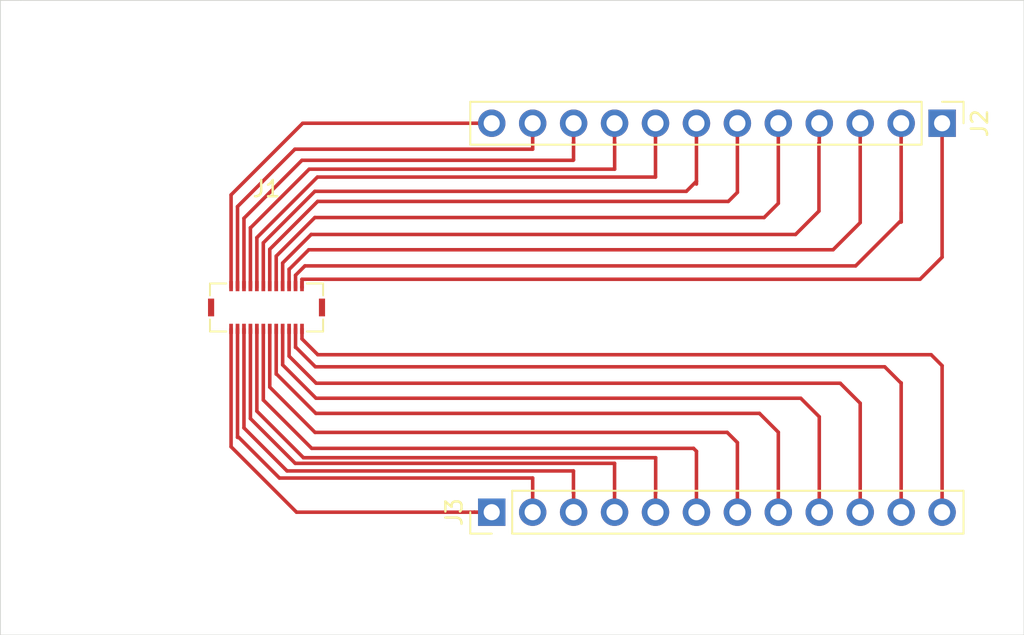
<source format=kicad_pcb>
(kicad_pcb (version 20171130) (host pcbnew "(5.1.2)-2")

  (general
    (thickness 1.6)
    (drawings 5)
    (tracks 137)
    (zones 0)
    (modules 3)
    (nets 25)
  )

  (page A4)
  (title_block
    (title "Adapter Board")
    (company "Deep Tech")
  )

  (layers
    (0 F.Cu signal)
    (31 B.Cu signal)
    (32 B.Adhes user)
    (33 F.Adhes user)
    (34 B.Paste user)
    (35 F.Paste user)
    (36 B.SilkS user)
    (37 F.SilkS user)
    (38 B.Mask user)
    (39 F.Mask user)
    (40 Dwgs.User user)
    (41 Cmts.User user)
    (42 Eco1.User user)
    (43 Eco2.User user)
    (44 Edge.Cuts user)
    (45 Margin user)
    (46 B.CrtYd user)
    (47 F.CrtYd user)
    (48 B.Fab user)
    (49 F.Fab user)
  )

  (setup
    (last_trace_width 0.13)
    (user_trace_width 0.22)
    (trace_clearance 0.13)
    (zone_clearance 0.508)
    (zone_45_only no)
    (trace_min 0.13)
    (via_size 0.8)
    (via_drill 0.4)
    (via_min_size 0.4)
    (via_min_drill 0.3)
    (uvia_size 0.3)
    (uvia_drill 0.1)
    (uvias_allowed no)
    (uvia_min_size 0.2)
    (uvia_min_drill 0.1)
    (edge_width 0.05)
    (segment_width 0.2)
    (pcb_text_width 0.3)
    (pcb_text_size 1.5 1.5)
    (mod_edge_width 0.12)
    (mod_text_size 1 1)
    (mod_text_width 0.15)
    (pad_size 1.524 1.524)
    (pad_drill 0.762)
    (pad_to_mask_clearance 0.051)
    (solder_mask_min_width 0.25)
    (aux_axis_origin 0 0)
    (visible_elements 7FFFFFFF)
    (pcbplotparams
      (layerselection 0x010f8_ffffffff)
      (usegerberextensions false)
      (usegerberattributes false)
      (usegerberadvancedattributes false)
      (creategerberjobfile false)
      (excludeedgelayer true)
      (linewidth 0.100000)
      (plotframeref false)
      (viasonmask false)
      (mode 1)
      (useauxorigin false)
      (hpglpennumber 1)
      (hpglpenspeed 20)
      (hpglpendiameter 15.000000)
      (psnegative false)
      (psa4output false)
      (plotreference true)
      (plotvalue true)
      (plotinvisibletext false)
      (padsonsilk false)
      (subtractmaskfromsilk false)
      (outputformat 1)
      (mirror false)
      (drillshape 0)
      (scaleselection 1)
      (outputdirectory ""))
  )

  (net 0 "")
  (net 1 /b12)
  (net 2 /b5)
  (net 3 /b9)
  (net 4 /b4)
  (net 5 /b7)
  (net 6 /b11)
  (net 7 /b10)
  (net 8 /b8)
  (net 9 /b2)
  (net 10 /b6)
  (net 11 /b1)
  (net 12 /b3)
  (net 13 /a1)
  (net 14 /a2)
  (net 15 /a3)
  (net 16 /a4)
  (net 17 /a5)
  (net 18 /a12)
  (net 19 /a11)
  (net 20 /a10)
  (net 21 /a9)
  (net 22 /a8)
  (net 23 /a6)
  (net 24 /a7)

  (net_class Default "This is the default net class."
    (clearance 0.13)
    (trace_width 0.13)
    (via_dia 0.8)
    (via_drill 0.4)
    (uvia_dia 0.3)
    (uvia_drill 0.1)
    (diff_pair_width 0.25)
    (diff_pair_gap 0.25)
    (add_net /a1)
    (add_net /a10)
    (add_net /a11)
    (add_net /a12)
    (add_net /a2)
    (add_net /a3)
    (add_net /a4)
    (add_net /a5)
    (add_net /a6)
    (add_net /a7)
    (add_net /a8)
    (add_net /a9)
    (add_net /b1)
    (add_net /b10)
    (add_net /b11)
    (add_net /b12)
    (add_net /b2)
    (add_net /b3)
    (add_net /b4)
    (add_net /b5)
    (add_net /b6)
    (add_net /b7)
    (add_net /b8)
    (add_net /b9)
  )

  (module adapter:DF37NB-24DP-0.4V (layer F.Cu) (tedit 5D6DDCE0) (tstamp 5D4F4B5B)
    (at 81.28 100.33)
    (path /5D46BEA6)
    (attr smd)
    (fp_text reference J1 (at 0 -7.36) (layer F.SilkS)
      (effects (font (size 1 1) (thickness 0.15)))
    )
    (fp_text value Conn_02x12_Top_Bottom (at 0 8.1) (layer F.Fab)
      (effects (font (size 1 1) (thickness 0.15)))
    )
    (fp_line (start -3.51 1.49) (end -2.5 1.49) (layer F.SilkS) (width 0.12))
    (fp_line (start -3.51 -1.49) (end -3.51 -0.75) (layer F.SilkS) (width 0.12))
    (fp_line (start 3.51 1.49) (end 3.51 0.75) (layer F.SilkS) (width 0.12))
    (fp_line (start -3.51 -1.49) (end -2.5 -1.49) (layer F.SilkS) (width 0.12))
    (fp_line (start -3.51 1.49) (end -3.51 0.75) (layer F.SilkS) (width 0.12))
    (fp_line (start 3.51 -1.49) (end 3.51 -0.75) (layer F.SilkS) (width 0.12))
    (fp_line (start 3.51 -1.49) (end 2.5 -1.49) (layer F.SilkS) (width 0.12))
    (fp_line (start 3.51 1.49) (end 2.5 1.49) (layer F.SilkS) (width 0.12))
    (fp_text user %R (at 0 0) (layer F.Fab)
      (effects (font (size 1 1) (thickness 0.15)))
    )
    (fp_line (start -7.95 5.95) (end -7.95 -5.95) (layer F.CrtYd) (width 0.05))
    (fp_line (start 7.95 5.95) (end 7.95 -5.95) (layer F.CrtYd) (width 0.05))
    (fp_line (start -7.95 5.95) (end 7.95 5.95) (layer F.CrtYd) (width 0.05))
    (fp_line (start 7.95 -5.95) (end -7.95 -5.95) (layer F.CrtYd) (width 0.05))
    (pad 7 smd rect (at 0.2 1.325) (size 0.23 0.63) (layers F.Cu F.Paste F.Mask)
      (net 24 /a7) (solder_mask_margin 0.07))
    (pad 6 smd rect (at -0.2 1.325) (size 0.23 0.63) (layers F.Cu F.Paste F.Mask)
      (net 23 /a6) (solder_mask_margin 0.07))
    (pad 8 smd rect (at 0.6 1.325) (size 0.23 0.63) (layers F.Cu F.Paste F.Mask)
      (net 22 /a8) (solder_mask_margin 0.07))
    (pad 9 smd rect (at 1 1.325) (size 0.23 0.63) (layers F.Cu F.Paste F.Mask)
      (net 21 /a9) (solder_mask_margin 0.07))
    (pad 10 smd rect (at 1.4 1.325) (size 0.23 0.63) (layers F.Cu F.Paste F.Mask)
      (net 20 /a10) (solder_mask_margin 0.07))
    (pad 11 smd rect (at 1.8 1.325) (size 0.23 0.63) (layers F.Cu F.Paste F.Mask)
      (net 19 /a11) (solder_mask_margin 0.07))
    (pad 12 smd rect (at 2.2 1.325) (size 0.23 0.63) (layers F.Cu F.Paste F.Mask)
      (net 18 /a12) (solder_mask_margin 0.07))
    (pad 5 smd rect (at -0.6 1.325) (size 0.23 0.63) (layers F.Cu F.Paste F.Mask)
      (net 17 /a5) (solder_mask_margin 0.07))
    (pad 4 smd rect (at -1 1.325) (size 0.23 0.63) (layers F.Cu F.Paste F.Mask)
      (net 16 /a4) (solder_mask_margin 0.07))
    (pad 3 smd rect (at -1.4 1.325) (size 0.23 0.63) (layers F.Cu F.Paste F.Mask)
      (net 15 /a3) (solder_mask_margin 0.07))
    (pad 2 smd rect (at -1.8 1.325) (size 0.23 0.63) (layers F.Cu F.Paste F.Mask)
      (net 14 /a2) (solder_mask_margin 0.07))
    (pad 1 smd rect (at -2.2 1.325) (size 0.23 0.63) (layers F.Cu F.Paste F.Mask)
      (net 13 /a1) (solder_mask_margin 0.07))
    (pad 15 smd rect (at 1.4 -1.325) (size 0.23 0.63) (layers F.Cu F.Paste F.Mask)
      (net 12 /b3) (solder_mask_margin 0.07))
    (pad 13 smd rect (at 2.2 -1.325) (size 0.23 0.63) (layers F.Cu F.Paste F.Mask)
      (net 11 /b1) (solder_mask_margin 0.07))
    (pad 18 smd rect (at 0.2 -1.325) (size 0.23 0.63) (layers F.Cu F.Paste F.Mask)
      (net 10 /b6) (solder_mask_margin 0.07))
    (pad 14 smd rect (at 1.8 -1.325) (size 0.23 0.63) (layers F.Cu F.Paste F.Mask)
      (net 9 /b2) (solder_mask_margin 0.07))
    (pad 20 smd rect (at -0.6 -1.325) (size 0.23 0.63) (layers F.Cu F.Paste F.Mask)
      (net 8 /b8) (solder_mask_margin 0.07))
    (pad 22 smd rect (at -1.4 -1.325) (size 0.23 0.63) (layers F.Cu F.Paste F.Mask)
      (net 7 /b10) (solder_mask_margin 0.07))
    (pad 23 smd rect (at -1.8 -1.325) (size 0.23 0.63) (layers F.Cu F.Paste F.Mask)
      (net 6 /b11) (solder_mask_margin 0.07))
    (pad 19 smd rect (at -0.2 -1.325) (size 0.23 0.63) (layers F.Cu F.Paste F.Mask)
      (net 5 /b7) (solder_mask_margin 0.07))
    (pad 16 smd rect (at 1 -1.325) (size 0.23 0.63) (layers F.Cu F.Paste F.Mask)
      (net 4 /b4) (solder_mask_margin 0.07))
    (pad 21 smd rect (at -1 -1.325) (size 0.23 0.63) (layers F.Cu F.Paste F.Mask)
      (net 3 /b9) (solder_mask_margin 0.07))
    (pad 17 smd rect (at 0.6 -1.325) (size 0.23 0.63) (layers F.Cu F.Paste F.Mask)
      (net 2 /b5) (solder_mask_margin 0.07))
    (pad 24 smd rect (at -2.2 -1.325) (size 0.23 0.63) (layers F.Cu F.Paste F.Mask)
      (net 1 /b12) (solder_mask_margin 0.07))
    (pad "" smd rect (at 3.44 0) (size 0.38 1.1) (layers F.Cu F.Paste F.Mask)
      (solder_mask_margin 0.07))
    (pad "" smd rect (at -3.44 0) (size 0.38 1.1) (layers F.Cu F.Paste F.Mask)
      (solder_mask_margin 0.07))
  )

  (module Connector_PinHeader_2.54mm:PinHeader_1x12_P2.54mm_Vertical (layer F.Cu) (tedit 59FED5CC) (tstamp 5D4F4571)
    (at 123.19 88.9 270)
    (descr "Through hole straight pin header, 1x12, 2.54mm pitch, single row")
    (tags "Through hole pin header THT 1x12 2.54mm single row")
    (path /5D4F333C)
    (fp_text reference J2 (at 0 -2.33 90) (layer F.SilkS)
      (effects (font (size 1 1) (thickness 0.15)))
    )
    (fp_text value CONN_12 (at 0 30.27 90) (layer F.Fab)
      (effects (font (size 1 1) (thickness 0.15)))
    )
    (fp_line (start -0.635 -1.27) (end 1.27 -1.27) (layer F.Fab) (width 0.1))
    (fp_line (start 1.27 -1.27) (end 1.27 29.21) (layer F.Fab) (width 0.1))
    (fp_line (start 1.27 29.21) (end -1.27 29.21) (layer F.Fab) (width 0.1))
    (fp_line (start -1.27 29.21) (end -1.27 -0.635) (layer F.Fab) (width 0.1))
    (fp_line (start -1.27 -0.635) (end -0.635 -1.27) (layer F.Fab) (width 0.1))
    (fp_line (start -1.33 29.27) (end 1.33 29.27) (layer F.SilkS) (width 0.12))
    (fp_line (start -1.33 1.27) (end -1.33 29.27) (layer F.SilkS) (width 0.12))
    (fp_line (start 1.33 1.27) (end 1.33 29.27) (layer F.SilkS) (width 0.12))
    (fp_line (start -1.33 1.27) (end 1.33 1.27) (layer F.SilkS) (width 0.12))
    (fp_line (start -1.33 0) (end -1.33 -1.33) (layer F.SilkS) (width 0.12))
    (fp_line (start -1.33 -1.33) (end 0 -1.33) (layer F.SilkS) (width 0.12))
    (fp_line (start -1.8 -1.8) (end -1.8 29.75) (layer F.CrtYd) (width 0.05))
    (fp_line (start -1.8 29.75) (end 1.8 29.75) (layer F.CrtYd) (width 0.05))
    (fp_line (start 1.8 29.75) (end 1.8 -1.8) (layer F.CrtYd) (width 0.05))
    (fp_line (start 1.8 -1.8) (end -1.8 -1.8) (layer F.CrtYd) (width 0.05))
    (fp_text user %R (at 0 13.97) (layer F.Fab)
      (effects (font (size 1 1) (thickness 0.15)))
    )
    (pad 1 thru_hole rect (at 0 0 270) (size 1.7 1.7) (drill 1) (layers *.Cu *.Mask)
      (net 11 /b1))
    (pad 2 thru_hole oval (at 0 2.54 270) (size 1.7 1.7) (drill 1) (layers *.Cu *.Mask)
      (net 9 /b2))
    (pad 3 thru_hole oval (at 0 5.08 270) (size 1.7 1.7) (drill 1) (layers *.Cu *.Mask)
      (net 12 /b3))
    (pad 4 thru_hole oval (at 0 7.62 270) (size 1.7 1.7) (drill 1) (layers *.Cu *.Mask)
      (net 4 /b4))
    (pad 5 thru_hole oval (at 0 10.16 270) (size 1.7 1.7) (drill 1) (layers *.Cu *.Mask)
      (net 2 /b5))
    (pad 6 thru_hole oval (at 0 12.7 270) (size 1.7 1.7) (drill 1) (layers *.Cu *.Mask)
      (net 10 /b6))
    (pad 7 thru_hole oval (at 0 15.24 270) (size 1.7 1.7) (drill 1) (layers *.Cu *.Mask)
      (net 5 /b7))
    (pad 8 thru_hole oval (at 0 17.78 270) (size 1.7 1.7) (drill 1) (layers *.Cu *.Mask)
      (net 8 /b8))
    (pad 9 thru_hole oval (at 0 20.32 270) (size 1.7 1.7) (drill 1) (layers *.Cu *.Mask)
      (net 3 /b9))
    (pad 10 thru_hole oval (at 0 22.86 270) (size 1.7 1.7) (drill 1) (layers *.Cu *.Mask)
      (net 7 /b10))
    (pad 11 thru_hole oval (at 0 25.4 270) (size 1.7 1.7) (drill 1) (layers *.Cu *.Mask)
      (net 6 /b11))
    (pad 12 thru_hole oval (at 0 27.94 270) (size 1.7 1.7) (drill 1) (layers *.Cu *.Mask)
      (net 1 /b12))
    (model ${KISYS3DMOD}/Connector_PinHeader_2.54mm.3dshapes/PinHeader_1x12_P2.54mm_Vertical.wrl
      (at (xyz 0 0 0))
      (scale (xyz 1 1 1))
      (rotate (xyz 0 0 0))
    )
  )

  (module Connector_PinHeader_2.54mm:PinHeader_1x12_P2.54mm_Vertical (layer F.Cu) (tedit 59FED5CC) (tstamp 5D4F4591)
    (at 95.25 113.03 90)
    (descr "Through hole straight pin header, 1x12, 2.54mm pitch, single row")
    (tags "Through hole pin header THT 1x12 2.54mm single row")
    (path /5D4F1C96)
    (fp_text reference J3 (at 0 -2.33 90) (layer F.SilkS)
      (effects (font (size 1 1) (thickness 0.15)))
    )
    (fp_text value CONN_12 (at 0 30.27 90) (layer F.Fab)
      (effects (font (size 1 1) (thickness 0.15)))
    )
    (fp_text user %R (at 0 13.97) (layer F.Fab)
      (effects (font (size 1 1) (thickness 0.15)))
    )
    (fp_line (start 1.8 -1.8) (end -1.8 -1.8) (layer F.CrtYd) (width 0.05))
    (fp_line (start 1.8 29.75) (end 1.8 -1.8) (layer F.CrtYd) (width 0.05))
    (fp_line (start -1.8 29.75) (end 1.8 29.75) (layer F.CrtYd) (width 0.05))
    (fp_line (start -1.8 -1.8) (end -1.8 29.75) (layer F.CrtYd) (width 0.05))
    (fp_line (start -1.33 -1.33) (end 0 -1.33) (layer F.SilkS) (width 0.12))
    (fp_line (start -1.33 0) (end -1.33 -1.33) (layer F.SilkS) (width 0.12))
    (fp_line (start -1.33 1.27) (end 1.33 1.27) (layer F.SilkS) (width 0.12))
    (fp_line (start 1.33 1.27) (end 1.33 29.27) (layer F.SilkS) (width 0.12))
    (fp_line (start -1.33 1.27) (end -1.33 29.27) (layer F.SilkS) (width 0.12))
    (fp_line (start -1.33 29.27) (end 1.33 29.27) (layer F.SilkS) (width 0.12))
    (fp_line (start -1.27 -0.635) (end -0.635 -1.27) (layer F.Fab) (width 0.1))
    (fp_line (start -1.27 29.21) (end -1.27 -0.635) (layer F.Fab) (width 0.1))
    (fp_line (start 1.27 29.21) (end -1.27 29.21) (layer F.Fab) (width 0.1))
    (fp_line (start 1.27 -1.27) (end 1.27 29.21) (layer F.Fab) (width 0.1))
    (fp_line (start -0.635 -1.27) (end 1.27 -1.27) (layer F.Fab) (width 0.1))
    (pad 12 thru_hole oval (at 0 27.94 90) (size 1.7 1.7) (drill 1) (layers *.Cu *.Mask)
      (net 18 /a12))
    (pad 11 thru_hole oval (at 0 25.4 90) (size 1.7 1.7) (drill 1) (layers *.Cu *.Mask)
      (net 19 /a11))
    (pad 10 thru_hole oval (at 0 22.86 90) (size 1.7 1.7) (drill 1) (layers *.Cu *.Mask)
      (net 20 /a10))
    (pad 9 thru_hole oval (at 0 20.32 90) (size 1.7 1.7) (drill 1) (layers *.Cu *.Mask)
      (net 21 /a9))
    (pad 8 thru_hole oval (at 0 17.78 90) (size 1.7 1.7) (drill 1) (layers *.Cu *.Mask)
      (net 22 /a8))
    (pad 7 thru_hole oval (at 0 15.24 90) (size 1.7 1.7) (drill 1) (layers *.Cu *.Mask)
      (net 24 /a7))
    (pad 6 thru_hole oval (at 0 12.7 90) (size 1.7 1.7) (drill 1) (layers *.Cu *.Mask)
      (net 23 /a6))
    (pad 5 thru_hole oval (at 0 10.16 90) (size 1.7 1.7) (drill 1) (layers *.Cu *.Mask)
      (net 17 /a5))
    (pad 4 thru_hole oval (at 0 7.62 90) (size 1.7 1.7) (drill 1) (layers *.Cu *.Mask)
      (net 16 /a4))
    (pad 3 thru_hole oval (at 0 5.08 90) (size 1.7 1.7) (drill 1) (layers *.Cu *.Mask)
      (net 15 /a3))
    (pad 2 thru_hole oval (at 0 2.54 90) (size 1.7 1.7) (drill 1) (layers *.Cu *.Mask)
      (net 14 /a2))
    (pad 1 thru_hole rect (at 0 0 90) (size 1.7 1.7) (drill 1) (layers *.Cu *.Mask)
      (net 13 /a1))
    (model ${KISYS3DMOD}/Connector_PinHeader_2.54mm.3dshapes/PinHeader_1x12_P2.54mm_Vertical.wrl
      (at (xyz 0 0 0))
      (scale (xyz 1 1 1))
      (rotate (xyz 0 0 0))
    )
  )

  (gr_line (start 64.77 81.28) (end 66.04 81.28) (layer Edge.Cuts) (width 0.05) (tstamp 5D4F4DF3))
  (gr_line (start 64.77 120.65) (end 64.77 81.28) (layer Edge.Cuts) (width 0.05))
  (gr_line (start 128.27 120.65) (end 64.77 120.65) (layer Edge.Cuts) (width 0.05))
  (gr_line (start 128.27 81.28) (end 128.27 120.65) (layer Edge.Cuts) (width 0.05))
  (gr_line (start 66.04 81.28) (end 128.27 81.28) (layer Edge.Cuts) (width 0.05))

  (segment (start 83.525 88.9) (end 95.25 88.9) (width 0.22) (layer F.Cu) (net 1))
  (segment (start 79.08 99.115) (end 79.08 93.345) (width 0.22) (layer F.Cu) (net 1))
  (segment (start 79.08 93.345) (end 83.525 88.9) (width 0.22) (layer F.Cu) (net 1))
  (segment (start 113.03 93.87) (end 113.03 88.9) (width 0.22) (layer F.Cu) (net 2))
  (segment (start 112.15 94.75) (end 113.03 93.87) (width 0.22) (layer F.Cu) (net 2))
  (segment (start 84.275 94.75) (end 112.15 94.75) (width 0.22) (layer F.Cu) (net 2))
  (segment (start 81.88 99.115) (end 81.88 97.145) (width 0.22) (layer F.Cu) (net 2))
  (segment (start 81.88 97.145) (end 84.275 94.75) (width 0.22) (layer F.Cu) (net 2))
  (segment (start 80.28 99.115) (end 80.28 95.38) (width 0.22) (layer F.Cu) (net 3))
  (segment (start 102.87 90.102081) (end 102.875 90.107081) (width 0.22) (layer F.Cu) (net 3))
  (segment (start 102.87 88.9) (end 102.87 90.102081) (width 0.22) (layer F.Cu) (net 3))
  (segment (start 102.875 90.107081) (end 102.875 91.75) (width 0.22) (layer F.Cu) (net 3))
  (segment (start 80.28 95.38) (end 80.295 95.38) (width 0.22) (layer F.Cu) (net 3))
  (segment (start 83.925 91.75) (end 102.875 91.75) (width 0.22) (layer F.Cu) (net 3))
  (segment (start 80.295 95.38) (end 83.925 91.75) (width 0.22) (layer F.Cu) (net 3))
  (segment (start 115.57 90.102081) (end 115.575 90.107081) (width 0.22) (layer F.Cu) (net 4))
  (segment (start 115.57 88.9) (end 115.57 90.102081) (width 0.22) (layer F.Cu) (net 4))
  (segment (start 115.55 90.122081) (end 115.57 90.102081) (width 0.22) (layer F.Cu) (net 4))
  (segment (start 115.55 94.35) (end 115.55 90.122081) (width 0.22) (layer F.Cu) (net 4))
  (segment (start 114.1 95.8) (end 115.55 94.35) (width 0.22) (layer F.Cu) (net 4))
  (segment (start 84.05 95.8) (end 114.1 95.8) (width 0.22) (layer F.Cu) (net 4))
  (segment (start 82.28 99.115) (end 82.28 97.57) (width 0.22) (layer F.Cu) (net 4))
  (segment (start 82.28 97.57) (end 84.05 95.8) (width 0.22) (layer F.Cu) (net 4))
  (segment (start 107.325 93.125) (end 107.95 92.5) (width 0.22) (layer F.Cu) (net 5))
  (segment (start 84.275 93.125) (end 107.325 93.125) (width 0.22) (layer F.Cu) (net 5))
  (segment (start 81.08 96.32) (end 84.275 93.125) (width 0.22) (layer F.Cu) (net 5))
  (segment (start 81.08 99.115) (end 81.08 96.32) (width 0.22) (layer F.Cu) (net 5))
  (segment (start 107.95 88.9) (end 107.95 92.5) (width 0.22) (layer F.Cu) (net 5))
  (segment (start 107.95 92.5) (end 107.95 92.675) (width 0.22) (layer F.Cu) (net 5))
  (segment (start 97.79 90.51) (end 97.79 88.9) (width 0.22) (layer F.Cu) (net 6))
  (segment (start 83.04 90.51) (end 97.79 90.51) (width 0.22) (layer F.Cu) (net 6))
  (segment (start 79.48 99.115) (end 79.48 94.07) (width 0.22) (layer F.Cu) (net 6))
  (segment (start 79.48 94.07) (end 83.04 90.51) (width 0.22) (layer F.Cu) (net 6))
  (segment (start 100.33 90.102081) (end 100.33 88.9) (width 0.22) (layer F.Cu) (net 7))
  (segment (start 79.88 94.795) (end 83.475 91.2) (width 0.22) (layer F.Cu) (net 7))
  (segment (start 79.88 99.115) (end 79.88 94.795) (width 0.22) (layer F.Cu) (net 7))
  (segment (start 83.475 91.2) (end 100.3 91.2) (width 0.22) (layer F.Cu) (net 7))
  (segment (start 100.3 91.2) (end 100.325 91.175) (width 0.22) (layer F.Cu) (net 7))
  (segment (start 100.325 91.175) (end 100.325 90.107081) (width 0.22) (layer F.Cu) (net 7))
  (segment (start 100.325 90.107081) (end 100.33 90.102081) (width 0.22) (layer F.Cu) (net 7))
  (segment (start 105.41 92.24) (end 105.41 88.9) (width 0.22) (layer F.Cu) (net 8))
  (segment (start 84.435 92.24) (end 105.41 92.24) (width 0.22) (layer F.Cu) (net 8))
  (segment (start 80.68 99.115) (end 80.68 95.995) (width 0.22) (layer F.Cu) (net 8))
  (segment (start 80.68 95.995) (end 84.435 92.24) (width 0.22) (layer F.Cu) (net 8))
  (segment (start 83.08 99.115) (end 83.08 98.33) (width 0.22) (layer F.Cu) (net 9))
  (segment (start 83.66 97.75) (end 117.825 97.75) (width 0.22) (layer F.Cu) (net 9))
  (segment (start 83.08 98.33) (end 83.66 97.75) (width 0.22) (layer F.Cu) (net 9))
  (segment (start 120.55 95.025) (end 120.65 95.025) (width 0.22) (layer F.Cu) (net 9))
  (segment (start 117.825 97.75) (end 120.55 95.025) (width 0.22) (layer F.Cu) (net 9))
  (segment (start 120.65 88.9) (end 120.65 95.025) (width 0.22) (layer F.Cu) (net 9))
  (segment (start 120.65 94.425) (end 120.65 95.025) (width 0.22) (layer F.Cu) (net 9) (tstamp 5D4F51A7))
  (segment (start 110.49 93.19) (end 110.49 88.9) (width 0.22) (layer F.Cu) (net 10))
  (segment (start 109.93 93.75) (end 110.49 93.19) (width 0.22) (layer F.Cu) (net 10))
  (segment (start 84.45 93.75) (end 109.93 93.75) (width 0.22) (layer F.Cu) (net 10))
  (segment (start 81.48 99.115) (end 81.48 96.72) (width 0.22) (layer F.Cu) (net 10))
  (segment (start 81.48 96.72) (end 84.45 93.75) (width 0.22) (layer F.Cu) (net 10))
  (segment (start 83.48 99.055) (end 83.475 99.05) (width 0.22) (layer F.Cu) (net 11))
  (segment (start 83.48 99.115) (end 83.48 99.055) (width 0.22) (layer F.Cu) (net 11))
  (segment (start 83.48 98.58) (end 83.475 98.575) (width 0.22) (layer F.Cu) (net 11))
  (segment (start 83.48 99.115) (end 83.48 98.58) (width 0.22) (layer F.Cu) (net 11))
  (segment (start 123.19 88.9) (end 123.19 97.21) (width 0.22) (layer F.Cu) (net 11))
  (segment (start 121.82 98.58) (end 83.48 98.58) (width 0.22) (layer F.Cu) (net 11))
  (segment (start 123.19 97.21) (end 121.82 98.58) (width 0.22) (layer F.Cu) (net 11))
  (segment (start 82.68 99.115) (end 82.68 97.955) (width 0.22) (layer F.Cu) (net 12))
  (segment (start 118.11 88.9) (end 118.11 95.065) (width 0.22) (layer F.Cu) (net 12))
  (segment (start 82.68 97.955) (end 82.695 97.955) (width 0.22) (layer F.Cu) (net 12))
  (segment (start 82.695 97.955) (end 83.9 96.75) (width 0.22) (layer F.Cu) (net 12))
  (segment (start 116.425 96.75) (end 118.11 95.065) (width 0.22) (layer F.Cu) (net 12))
  (segment (start 83.9 96.75) (end 116.425 96.75) (width 0.22) (layer F.Cu) (net 12))
  (segment (start 94.18 113.03) (end 94.17 113.02) (width 0.22) (layer F.Cu) (net 13))
  (segment (start 95.25 113.03) (end 94.18 113.03) (width 0.22) (layer F.Cu) (net 13))
  (segment (start 83.14 113.03) (end 95.25 113.03) (width 0.22) (layer F.Cu) (net 13))
  (segment (start 79.08 101.655) (end 79.08 108.97) (width 0.22) (layer F.Cu) (net 13))
  (segment (start 79.08 108.97) (end 83.14 113.03) (width 0.22) (layer F.Cu) (net 13))
  (segment (start 97.79 111.827919) (end 97.79 113.03) (width 0.22) (layer F.Cu) (net 14))
  (segment (start 97.79 110.91) (end 97.79 111.827919) (width 0.22) (layer F.Cu) (net 14))
  (segment (start 82.08 110.91) (end 97.79 110.91) (width 0.22) (layer F.Cu) (net 14))
  (segment (start 79.56 108.39) (end 82.08 110.91) (width 0.22) (layer F.Cu) (net 14))
  (segment (start 79.48 101.655) (end 79.48 108.39) (width 0.22) (layer F.Cu) (net 14))
  (segment (start 79.48 108.39) (end 79.56 108.39) (width 0.22) (layer F.Cu) (net 14))
  (segment (start 100.33 111.827919) (end 100.33 113.03) (width 0.22) (layer F.Cu) (net 15))
  (segment (start 100.32 111.817919) (end 100.33 111.827919) (width 0.22) (layer F.Cu) (net 15))
  (segment (start 100.32 110.47) (end 100.32 111.817919) (width 0.22) (layer F.Cu) (net 15))
  (segment (start 82.55 110.47) (end 100.32 110.47) (width 0.22) (layer F.Cu) (net 15))
  (segment (start 79.88 101.655) (end 79.88 107.8) (width 0.22) (layer F.Cu) (net 15))
  (segment (start 79.88 107.8) (end 82.55 110.47) (width 0.22) (layer F.Cu) (net 15))
  (segment (start 102.87 111.827919) (end 102.87 113.03) (width 0.22) (layer F.Cu) (net 16))
  (segment (start 102.87 110) (end 102.87 111.827919) (width 0.22) (layer F.Cu) (net 16))
  (segment (start 83.06 110) (end 102.87 110) (width 0.22) (layer F.Cu) (net 16))
  (segment (start 80.28 101.655) (end 80.28 107.22) (width 0.22) (layer F.Cu) (net 16))
  (segment (start 80.28 107.22) (end 83.06 110) (width 0.22) (layer F.Cu) (net 16))
  (segment (start 105.41 111.827919) (end 105.41 113.03) (width 0.22) (layer F.Cu) (net 17))
  (segment (start 80.68 101.655) (end 80.68 106.76) (width 0.22) (layer F.Cu) (net 17))
  (segment (start 80.68 106.76) (end 83.56999 109.64999) (width 0.22) (layer F.Cu) (net 17))
  (segment (start 83.56999 109.64999) (end 105.41999 109.64999) (width 0.22) (layer F.Cu) (net 17))
  (segment (start 105.41999 109.64999) (end 105.42 109.65) (width 0.22) (layer F.Cu) (net 17))
  (segment (start 105.42 109.65) (end 105.42 111.817919) (width 0.22) (layer F.Cu) (net 17))
  (segment (start 105.42 111.817919) (end 105.41 111.827919) (width 0.22) (layer F.Cu) (net 17))
  (segment (start 123.19 103.94) (end 123.19 113.03) (width 0.22) (layer F.Cu) (net 18))
  (segment (start 122.51 103.26) (end 123.19 103.94) (width 0.22) (layer F.Cu) (net 18))
  (segment (start 84.46 103.26) (end 122.51 103.26) (width 0.22) (layer F.Cu) (net 18))
  (segment (start 83.48 101.655) (end 83.48 102.28) (width 0.22) (layer F.Cu) (net 18))
  (segment (start 83.48 102.28) (end 84.46 103.26) (width 0.22) (layer F.Cu) (net 18))
  (segment (start 83.08 101.655) (end 83.08 102.81) (width 0.22) (layer F.Cu) (net 19))
  (segment (start 83.08 102.81) (end 83.11 102.81) (width 0.22) (layer F.Cu) (net 19))
  (segment (start 83.11 102.81) (end 84.31 104.01) (width 0.22) (layer F.Cu) (net 19))
  (segment (start 119.63 104.01) (end 120.65 105.03) (width 0.22) (layer F.Cu) (net 19))
  (segment (start 84.31 104.01) (end 119.63 104.01) (width 0.22) (layer F.Cu) (net 19))
  (segment (start 120.65 113.03) (end 120.65 105.03) (width 0.22) (layer F.Cu) (net 19))
  (segment (start 120.65 105.03) (end 120.65 105) (width 0.22) (layer F.Cu) (net 19))
  (segment (start 118.11 106.27) (end 118.11 113.03) (width 0.22) (layer F.Cu) (net 20))
  (segment (start 116.87 105.03) (end 118.11 106.27) (width 0.22) (layer F.Cu) (net 20))
  (segment (start 84.36 105.03) (end 116.87 105.03) (width 0.22) (layer F.Cu) (net 20))
  (segment (start 82.68 101.655) (end 82.68 103.35) (width 0.22) (layer F.Cu) (net 20))
  (segment (start 82.68 103.35) (end 84.36 105.03) (width 0.22) (layer F.Cu) (net 20))
  (segment (start 115.57 107.11) (end 115.57 113.03) (width 0.22) (layer F.Cu) (net 21))
  (segment (start 114.42 105.96) (end 115.57 107.11) (width 0.22) (layer F.Cu) (net 21))
  (segment (start 84.35 105.96) (end 114.42 105.96) (width 0.22) (layer F.Cu) (net 21))
  (segment (start 82.28 101.655) (end 82.28 103.89) (width 0.22) (layer F.Cu) (net 21))
  (segment (start 82.28 103.89) (end 84.35 105.96) (width 0.22) (layer F.Cu) (net 21))
  (segment (start 81.88 104.46) (end 81.9 104.46) (width 0.22) (layer F.Cu) (net 22))
  (segment (start 81.88 101.655) (end 81.88 104.46) (width 0.22) (layer F.Cu) (net 22))
  (segment (start 81.9 104.46) (end 84.34 106.9) (width 0.22) (layer F.Cu) (net 22))
  (segment (start 113.03 111.827919) (end 113.03 113.03) (width 0.22) (layer F.Cu) (net 22))
  (segment (start 84.34 106.9) (end 111.86 106.9) (width 0.22) (layer F.Cu) (net 22))
  (segment (start 111.86 106.9) (end 113.03 108.07) (width 0.22) (layer F.Cu) (net 22))
  (segment (start 113.03 108.07) (end 113.03 111.827919) (width 0.22) (layer F.Cu) (net 22))
  (segment (start 107.95 109.25) (end 107.95 113.03) (width 0.22) (layer F.Cu) (net 23))
  (segment (start 107.77 109.07) (end 107.95 109.25) (width 0.22) (layer F.Cu) (net 23))
  (segment (start 84.08 109.07) (end 107.77 109.07) (width 0.22) (layer F.Cu) (net 23))
  (segment (start 81.08 101.655) (end 81.08 106.07) (width 0.22) (layer F.Cu) (net 23))
  (segment (start 81.08 106.07) (end 84.08 109.07) (width 0.22) (layer F.Cu) (net 23))
  (segment (start 110.49 108.71) (end 110.49 113.03) (width 0.22) (layer F.Cu) (net 24))
  (segment (start 109.86 108.08) (end 110.49 108.71) (width 0.22) (layer F.Cu) (net 24))
  (segment (start 84.29 108.08) (end 109.86 108.08) (width 0.22) (layer F.Cu) (net 24))
  (segment (start 81.48 101.655) (end 81.48 105.27) (width 0.22) (layer F.Cu) (net 24))
  (segment (start 81.48 105.27) (end 84.29 108.08) (width 0.22) (layer F.Cu) (net 24))

)

</source>
